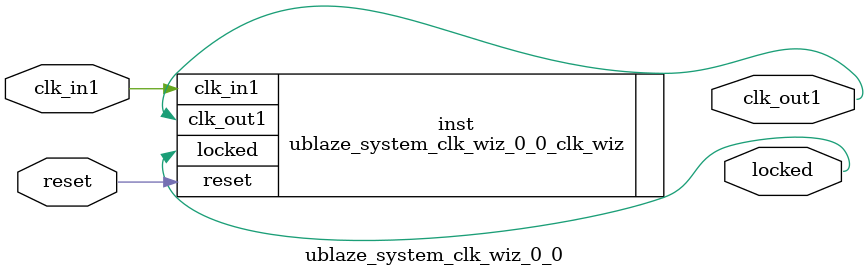
<source format=v>


`timescale 1ps/1ps

(* CORE_GENERATION_INFO = "ublaze_system_clk_wiz_0_0,clk_wiz_v6_0_11_0_0,{component_name=ublaze_system_clk_wiz_0_0,use_phase_alignment=true,use_min_o_jitter=false,use_max_i_jitter=false,use_dyn_phase_shift=false,use_inclk_switchover=false,use_dyn_reconfig=false,enable_axi=0,feedback_source=FDBK_AUTO,PRIMITIVE=MMCM,num_out_clk=1,clkin1_period=10.000,clkin2_period=10.000,use_power_down=false,use_reset=true,use_locked=true,use_inclk_stopped=false,feedback_type=SINGLE,CLOCK_MGR_TYPE=NA,manual_override=false}" *)

module ublaze_system_clk_wiz_0_0 
 (
  // Clock out ports
  output        clk_out1,
  // Status and control signals
  input         reset,
  output        locked,
 // Clock in ports
  input         clk_in1
 );

  ublaze_system_clk_wiz_0_0_clk_wiz inst
  (
  // Clock out ports  
  .clk_out1(clk_out1),
  // Status and control signals               
  .reset(reset), 
  .locked(locked),
 // Clock in ports
  .clk_in1(clk_in1)
  );

endmodule

</source>
